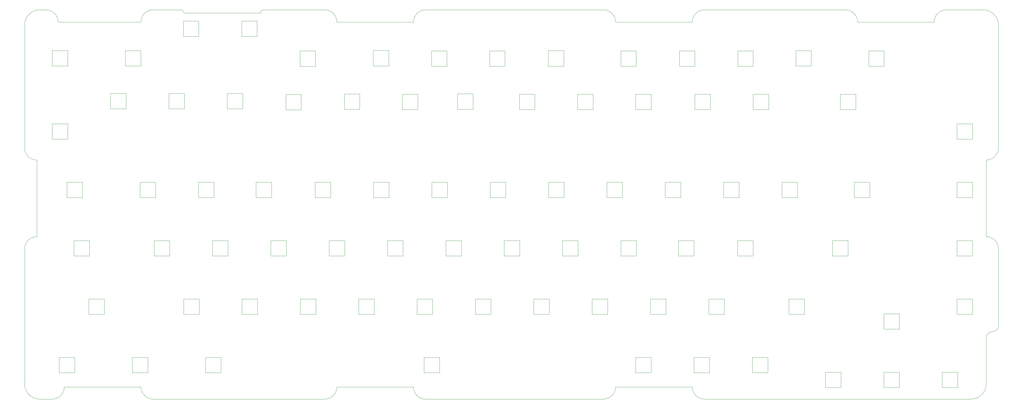
<source format=gbr>
%TF.GenerationSoftware,KiCad,Pcbnew,(5.1.6)-1*%
%TF.CreationDate,2022-08-23T22:02:53+08:00*%
%TF.ProjectId,feng,66656e67-2e6b-4696-9361-645f70636258,rev?*%
%TF.SameCoordinates,Original*%
%TF.FileFunction,Profile,NP*%
%FSLAX46Y46*%
G04 Gerber Fmt 4.6, Leading zero omitted, Abs format (unit mm)*
G04 Created by KiCad (PCBNEW (5.1.6)-1) date 2022-08-23 22:02:53*
%MOMM*%
%LPD*%
G01*
G04 APERTURE LIST*
%TA.AperFunction,Profile*%
%ADD10C,0.050000*%
%TD*%
%TA.AperFunction,Profile*%
%ADD11C,0.100000*%
%TD*%
%TA.AperFunction,Profile*%
%ADD12C,0.120000*%
%TD*%
G04 APERTURE END LIST*
D10*
X451000000Y-148000000D02*
X463000000Y-148000000D01*
X372000000Y-148000000D02*
X418000000Y-148000000D01*
X372000000Y-275000000D02*
X459000000Y-275000000D01*
X281000000Y-275000000D02*
X339000000Y-275000000D01*
D11*
X447000000Y-152000000D02*
X422000000Y-152000000D01*
X418000000Y-148000000D02*
G75*
G02*
X422000000Y-152000000I0J-4000000D01*
G01*
X447000000Y-152000000D02*
G75*
G02*
X451000000Y-148000000I4000000J0D01*
G01*
X368000000Y-152000000D02*
X343000000Y-152000000D01*
X339000000Y-148000000D02*
G75*
G02*
X343000000Y-152000000I0J-4000000D01*
G01*
X368000000Y-152000000D02*
G75*
G02*
X372000000Y-148000000I4000000J0D01*
G01*
X343000000Y-271000000D02*
X368000000Y-271000000D01*
X372000000Y-275000000D02*
G75*
G02*
X368000000Y-271000000I0J4000000D01*
G01*
X343000000Y-271000000D02*
G75*
G02*
X339000000Y-275000000I-4000000J0D01*
G01*
X252000000Y-271000000D02*
X277000000Y-271000000D01*
X281000000Y-275000000D02*
G75*
G02*
X277000000Y-271000000I0J4000000D01*
G01*
X252000000Y-271000000D02*
G75*
G02*
X248000000Y-275000000I-4000000J0D01*
G01*
D10*
X228000000Y-148000000D02*
X248000000Y-148000000D01*
D11*
X277000000Y-152000000D02*
X252000000Y-152000000D01*
X248000000Y-148000000D02*
G75*
G02*
X252000000Y-152000000I0J-4000000D01*
G01*
X277000000Y-152000000D02*
G75*
G02*
X281000000Y-148000000I4000000J0D01*
G01*
D10*
X150000000Y-193000000D02*
X150000000Y-153000000D01*
X155000000Y-275000000D02*
X159000000Y-275000000D01*
D11*
X163000000Y-271000000D02*
X188000000Y-271000000D01*
X192000000Y-275000000D02*
G75*
G02*
X188000000Y-271000000I0J4000000D01*
G01*
X163000000Y-271000000D02*
G75*
G02*
X159000000Y-275000000I-4000000J0D01*
G01*
D10*
X192000000Y-148000000D02*
X201000000Y-148000000D01*
X227000000Y-149000000D02*
G75*
G02*
X228000000Y-148000000I1000000J0D01*
G01*
X201000000Y-148000000D02*
G75*
G02*
X202000000Y-149000000I0J-1000000D01*
G01*
D11*
X227000000Y-149000000D02*
X202000000Y-149000000D01*
X155000000Y-148000000D02*
X157000000Y-148000000D01*
X188000000Y-152000000D02*
X161000000Y-152000000D01*
X157000000Y-148000000D02*
G75*
G02*
X161000000Y-152000000I0J-4000000D01*
G01*
X188000000Y-152000000D02*
G75*
G02*
X192000000Y-148000000I4000000J0D01*
G01*
X154000000Y-197000000D02*
X154000000Y-222000000D01*
X150000000Y-226000000D02*
G75*
G02*
X154000000Y-222000000I4000000J0D01*
G01*
X154000000Y-197000000D02*
G75*
G02*
X150000000Y-193000000I0J4000000D01*
G01*
X464000000Y-197000000D02*
X464000000Y-222000000D01*
X468000000Y-193000000D02*
G75*
G02*
X464000000Y-197000000I-4000000J0D01*
G01*
X468000000Y-226000000D02*
X468000000Y-251000000D01*
X464000000Y-222000000D02*
G75*
G02*
X468000000Y-226000000I0J-4000000D01*
G01*
X468000000Y-251000000D02*
G75*
G02*
X466000000Y-253000000I-2000000J0D01*
G01*
X464000000Y-255000000D02*
G75*
G02*
X466000000Y-253000000I2000000J0D01*
G01*
X464000000Y-270000000D02*
X464000000Y-255000000D01*
X150000000Y-153000000D02*
G75*
G02*
X155000000Y-148000000I5000000J0D01*
G01*
X155000000Y-275000000D02*
G75*
G02*
X150000000Y-270000000I0J5000000D01*
G01*
X464000000Y-270000000D02*
G75*
G02*
X459000000Y-275000000I-5000000J0D01*
G01*
X463000000Y-148000000D02*
G75*
G02*
X468000000Y-153000000I0J-5000000D01*
G01*
X468000000Y-153000000D02*
X468000000Y-193000000D01*
X150000000Y-226000000D02*
X150000000Y-270000000D01*
X192000000Y-275000000D02*
X248000000Y-275000000D01*
X281000000Y-148000000D02*
X339000000Y-148000000D01*
D12*
%TO.C,D82*%
X280446000Y-261396000D02*
X285466000Y-261396000D01*
X285466000Y-261396000D02*
X285466000Y-266406000D01*
X285466000Y-266406000D02*
X285466000Y-266416000D01*
X285466000Y-266416000D02*
X280446000Y-266416000D01*
X280446000Y-266416000D02*
X280446000Y-261396000D01*
%TO.C,D81*%
X413796000Y-223296000D02*
X418816000Y-223296000D01*
X418816000Y-223296000D02*
X418816000Y-228306000D01*
X418816000Y-228306000D02*
X418816000Y-228316000D01*
X418816000Y-228316000D02*
X413796000Y-228316000D01*
X413796000Y-228316000D02*
X413796000Y-223296000D01*
%TO.C,D80*%
X382808000Y-223296000D02*
X387828000Y-223296000D01*
X387828000Y-223296000D02*
X387828000Y-228306000D01*
X387828000Y-228306000D02*
X387828000Y-228316000D01*
X387828000Y-228316000D02*
X382808000Y-228316000D01*
X382808000Y-228316000D02*
X382808000Y-223296000D01*
%TO.C,D79*%
X363504000Y-223296000D02*
X368524000Y-223296000D01*
X368524000Y-223296000D02*
X368524000Y-228306000D01*
X368524000Y-228306000D02*
X368524000Y-228316000D01*
X368524000Y-228316000D02*
X363504000Y-228316000D01*
X363504000Y-228316000D02*
X363504000Y-223296000D01*
%TO.C,D78*%
X344708000Y-223296000D02*
X349728000Y-223296000D01*
X349728000Y-223296000D02*
X349728000Y-228306000D01*
X349728000Y-228306000D02*
X349728000Y-228316000D01*
X349728000Y-228316000D02*
X344708000Y-228316000D01*
X344708000Y-228316000D02*
X344708000Y-223296000D01*
%TO.C,D77*%
X325658000Y-223296000D02*
X330678000Y-223296000D01*
X330678000Y-223296000D02*
X330678000Y-228306000D01*
X330678000Y-228306000D02*
X330678000Y-228316000D01*
X330678000Y-228316000D02*
X325658000Y-228316000D01*
X325658000Y-228316000D02*
X325658000Y-223296000D01*
%TO.C,D76*%
X306608000Y-223296000D02*
X311628000Y-223296000D01*
X311628000Y-223296000D02*
X311628000Y-228306000D01*
X311628000Y-228306000D02*
X311628000Y-228316000D01*
X311628000Y-228316000D02*
X306608000Y-228316000D01*
X306608000Y-228316000D02*
X306608000Y-223296000D01*
%TO.C,D75*%
X287558000Y-223296000D02*
X292578000Y-223296000D01*
X292578000Y-223296000D02*
X292578000Y-228306000D01*
X292578000Y-228306000D02*
X292578000Y-228316000D01*
X292578000Y-228316000D02*
X287558000Y-228316000D01*
X287558000Y-228316000D02*
X287558000Y-223296000D01*
%TO.C,D74*%
X268508000Y-223296000D02*
X273528000Y-223296000D01*
X273528000Y-223296000D02*
X273528000Y-228306000D01*
X273528000Y-228306000D02*
X273528000Y-228316000D01*
X273528000Y-228316000D02*
X268508000Y-228316000D01*
X268508000Y-228316000D02*
X268508000Y-223296000D01*
%TO.C,D73*%
X249458000Y-223296000D02*
X254478000Y-223296000D01*
X254478000Y-223296000D02*
X254478000Y-228306000D01*
X254478000Y-228306000D02*
X254478000Y-228316000D01*
X254478000Y-228316000D02*
X249458000Y-228316000D01*
X249458000Y-228316000D02*
X249458000Y-223296000D01*
%TO.C,D72*%
X230408000Y-223296000D02*
X235428000Y-223296000D01*
X235428000Y-223296000D02*
X235428000Y-228306000D01*
X235428000Y-228306000D02*
X235428000Y-228316000D01*
X235428000Y-228316000D02*
X230408000Y-228316000D01*
X230408000Y-228316000D02*
X230408000Y-223296000D01*
%TO.C,D71*%
X211358000Y-223296000D02*
X216378000Y-223296000D01*
X216378000Y-223296000D02*
X216378000Y-228306000D01*
X216378000Y-228306000D02*
X216378000Y-228316000D01*
X216378000Y-228316000D02*
X211358000Y-228316000D01*
X211358000Y-228316000D02*
X211358000Y-223296000D01*
%TO.C,D70*%
X192308000Y-223296000D02*
X197328000Y-223296000D01*
X197328000Y-223296000D02*
X197328000Y-228306000D01*
X197328000Y-228306000D02*
X197328000Y-228316000D01*
X197328000Y-228316000D02*
X192308000Y-228316000D01*
X192308000Y-228316000D02*
X192308000Y-223296000D01*
%TO.C,D69*%
X209072000Y-261396000D02*
X214092000Y-261396000D01*
X214092000Y-261396000D02*
X214092000Y-266406000D01*
X214092000Y-266406000D02*
X214092000Y-266416000D01*
X214092000Y-266416000D02*
X209072000Y-266416000D01*
X209072000Y-266416000D02*
X209072000Y-261396000D01*
%TO.C,D68*%
X185196000Y-261396000D02*
X190216000Y-261396000D01*
X190216000Y-261396000D02*
X190216000Y-266406000D01*
X190216000Y-266406000D02*
X190216000Y-266416000D01*
X190216000Y-266416000D02*
X185196000Y-266416000D01*
X185196000Y-266416000D02*
X185196000Y-261396000D01*
%TO.C,D67*%
X161320000Y-261396000D02*
X166340000Y-261396000D01*
X166340000Y-261396000D02*
X166340000Y-266406000D01*
X166340000Y-266406000D02*
X166340000Y-266416000D01*
X166340000Y-266416000D02*
X161320000Y-266416000D01*
X161320000Y-266416000D02*
X161320000Y-261396000D01*
%TO.C,D66*%
X170972000Y-242346000D02*
X175992000Y-242346000D01*
X175992000Y-242346000D02*
X175992000Y-247356000D01*
X175992000Y-247356000D02*
X175992000Y-247366000D01*
X175992000Y-247366000D02*
X170972000Y-247366000D01*
X170972000Y-247366000D02*
X170972000Y-242346000D01*
%TO.C,D65*%
X166146000Y-223296000D02*
X171166000Y-223296000D01*
X171166000Y-223296000D02*
X171166000Y-228306000D01*
X171166000Y-228306000D02*
X171166000Y-228316000D01*
X171166000Y-228316000D02*
X166146000Y-228316000D01*
X166146000Y-228316000D02*
X166146000Y-223296000D01*
%TO.C,D64*%
X163860000Y-204246000D02*
X168880000Y-204246000D01*
X168880000Y-204246000D02*
X168880000Y-209256000D01*
X168880000Y-209256000D02*
X168880000Y-209266000D01*
X168880000Y-209266000D02*
X163860000Y-209266000D01*
X163860000Y-209266000D02*
X163860000Y-204246000D01*
%TO.C,D63*%
X187736000Y-204246000D02*
X192756000Y-204246000D01*
X192756000Y-204246000D02*
X192756000Y-209256000D01*
X192756000Y-209256000D02*
X192756000Y-209266000D01*
X192756000Y-209266000D02*
X187736000Y-209266000D01*
X187736000Y-209266000D02*
X187736000Y-204246000D01*
%TO.C,D62*%
X206786000Y-204246000D02*
X211806000Y-204246000D01*
X211806000Y-204246000D02*
X211806000Y-209256000D01*
X211806000Y-209256000D02*
X211806000Y-209266000D01*
X211806000Y-209266000D02*
X206786000Y-209266000D01*
X206786000Y-209266000D02*
X206786000Y-204246000D01*
%TO.C,D61*%
X225582000Y-204246000D02*
X230602000Y-204246000D01*
X230602000Y-204246000D02*
X230602000Y-209256000D01*
X230602000Y-209256000D02*
X230602000Y-209266000D01*
X230602000Y-209266000D02*
X225582000Y-209266000D01*
X225582000Y-209266000D02*
X225582000Y-204246000D01*
%TO.C,D60*%
X244886000Y-204246000D02*
X249906000Y-204246000D01*
X249906000Y-204246000D02*
X249906000Y-209256000D01*
X249906000Y-209256000D02*
X249906000Y-209266000D01*
X249906000Y-209266000D02*
X244886000Y-209266000D01*
X244886000Y-209266000D02*
X244886000Y-204246000D01*
%TO.C,D59*%
X263936000Y-204246000D02*
X268956000Y-204246000D01*
X268956000Y-204246000D02*
X268956000Y-209256000D01*
X268956000Y-209256000D02*
X268956000Y-209266000D01*
X268956000Y-209266000D02*
X263936000Y-209266000D01*
X263936000Y-209266000D02*
X263936000Y-204246000D01*
%TO.C,D58*%
X282986000Y-204246000D02*
X288006000Y-204246000D01*
X288006000Y-204246000D02*
X288006000Y-209256000D01*
X288006000Y-209256000D02*
X288006000Y-209266000D01*
X288006000Y-209266000D02*
X282986000Y-209266000D01*
X282986000Y-209266000D02*
X282986000Y-204246000D01*
%TO.C,D57*%
X302036000Y-204246000D02*
X307056000Y-204246000D01*
X307056000Y-204246000D02*
X307056000Y-209256000D01*
X307056000Y-209256000D02*
X307056000Y-209266000D01*
X307056000Y-209266000D02*
X302036000Y-209266000D01*
X302036000Y-209266000D02*
X302036000Y-204246000D01*
%TO.C,D56*%
X321086000Y-204246000D02*
X326106000Y-204246000D01*
X326106000Y-204246000D02*
X326106000Y-209256000D01*
X326106000Y-209256000D02*
X326106000Y-209266000D01*
X326106000Y-209266000D02*
X321086000Y-209266000D01*
X321086000Y-209266000D02*
X321086000Y-204246000D01*
%TO.C,D55*%
X340136000Y-204246000D02*
X345156000Y-204246000D01*
X345156000Y-204246000D02*
X345156000Y-209256000D01*
X345156000Y-209256000D02*
X345156000Y-209266000D01*
X345156000Y-209266000D02*
X340136000Y-209266000D01*
X340136000Y-209266000D02*
X340136000Y-204246000D01*
%TO.C,D54*%
X359186000Y-204246000D02*
X364206000Y-204246000D01*
X364206000Y-204246000D02*
X364206000Y-209256000D01*
X364206000Y-209256000D02*
X364206000Y-209266000D01*
X364206000Y-209266000D02*
X359186000Y-209266000D01*
X359186000Y-209266000D02*
X359186000Y-204246000D01*
%TO.C,D53*%
X378236000Y-204246000D02*
X383256000Y-204246000D01*
X383256000Y-204246000D02*
X383256000Y-209256000D01*
X383256000Y-209256000D02*
X383256000Y-209266000D01*
X383256000Y-209266000D02*
X378236000Y-209266000D01*
X378236000Y-209266000D02*
X378236000Y-204246000D01*
%TO.C,D52*%
X397286000Y-204246000D02*
X402306000Y-204246000D01*
X402306000Y-204246000D02*
X402306000Y-209256000D01*
X402306000Y-209256000D02*
X402306000Y-209266000D01*
X402306000Y-209266000D02*
X397286000Y-209266000D01*
X397286000Y-209266000D02*
X397286000Y-204246000D01*
%TO.C,D51*%
X420908000Y-204246000D02*
X425928000Y-204246000D01*
X425928000Y-204246000D02*
X425928000Y-209256000D01*
X425928000Y-209256000D02*
X425928000Y-209266000D01*
X425928000Y-209266000D02*
X420908000Y-209266000D01*
X420908000Y-209266000D02*
X420908000Y-204246000D01*
%TO.C,D50*%
X416336000Y-175544000D02*
X421356000Y-175544000D01*
X421356000Y-175544000D02*
X421356000Y-180554000D01*
X421356000Y-180554000D02*
X421356000Y-180564000D01*
X421356000Y-180564000D02*
X416336000Y-180564000D01*
X416336000Y-180564000D02*
X416336000Y-175544000D01*
%TO.C,D49*%
X387888000Y-175544000D02*
X392908000Y-175544000D01*
X392908000Y-175544000D02*
X392908000Y-180554000D01*
X392908000Y-180554000D02*
X392908000Y-180564000D01*
X392908000Y-180564000D02*
X387888000Y-180564000D01*
X387888000Y-180564000D02*
X387888000Y-175544000D01*
%TO.C,D48*%
X368838000Y-175544000D02*
X373858000Y-175544000D01*
X373858000Y-175544000D02*
X373858000Y-180554000D01*
X373858000Y-180554000D02*
X373858000Y-180564000D01*
X373858000Y-180564000D02*
X368838000Y-180564000D01*
X368838000Y-180564000D02*
X368838000Y-175544000D01*
%TO.C,D47*%
X349534000Y-175544000D02*
X354554000Y-175544000D01*
X354554000Y-175544000D02*
X354554000Y-180554000D01*
X354554000Y-180554000D02*
X354554000Y-180564000D01*
X354554000Y-180564000D02*
X349534000Y-180564000D01*
X349534000Y-180564000D02*
X349534000Y-175544000D01*
%TO.C,D46*%
X330580000Y-175500000D02*
X335600000Y-175500000D01*
X335600000Y-175500000D02*
X335600000Y-180510000D01*
X335600000Y-180510000D02*
X335600000Y-180520000D01*
X335600000Y-180520000D02*
X330580000Y-180520000D01*
X330580000Y-180520000D02*
X330580000Y-175500000D01*
%TO.C,D45*%
X311590000Y-175490000D02*
X316610000Y-175490000D01*
X316610000Y-175490000D02*
X316610000Y-180500000D01*
X316610000Y-180500000D02*
X316610000Y-180510000D01*
X316610000Y-180510000D02*
X311590000Y-180510000D01*
X311590000Y-180510000D02*
X311590000Y-175490000D01*
%TO.C,D44*%
X291380000Y-175400000D02*
X296400000Y-175400000D01*
X296400000Y-175400000D02*
X296400000Y-180410000D01*
X296400000Y-180410000D02*
X296400000Y-180420000D01*
X296400000Y-180420000D02*
X291380000Y-180420000D01*
X291380000Y-180420000D02*
X291380000Y-175400000D01*
%TO.C,D43*%
X273340000Y-175490000D02*
X278360000Y-175490000D01*
X278360000Y-175490000D02*
X278360000Y-180500000D01*
X278360000Y-180500000D02*
X278360000Y-180510000D01*
X278360000Y-180510000D02*
X273340000Y-180510000D01*
X273340000Y-180510000D02*
X273340000Y-175490000D01*
%TO.C,D42*%
X254410000Y-175450000D02*
X259430000Y-175450000D01*
X259430000Y-175450000D02*
X259430000Y-180460000D01*
X259430000Y-180460000D02*
X259430000Y-180470000D01*
X259430000Y-180470000D02*
X254410000Y-180470000D01*
X254410000Y-180470000D02*
X254410000Y-175450000D01*
%TO.C,D41*%
X235270000Y-175620000D02*
X240290000Y-175620000D01*
X240290000Y-175620000D02*
X240290000Y-180630000D01*
X240290000Y-180630000D02*
X240290000Y-180640000D01*
X240290000Y-180640000D02*
X235270000Y-180640000D01*
X235270000Y-180640000D02*
X235270000Y-175620000D01*
%TO.C,D40*%
X216184000Y-175290000D02*
X221204000Y-175290000D01*
X221204000Y-175290000D02*
X221204000Y-180300000D01*
X221204000Y-180300000D02*
X221204000Y-180310000D01*
X221204000Y-180310000D02*
X216184000Y-180310000D01*
X216184000Y-180310000D02*
X216184000Y-175290000D01*
%TO.C,D39*%
X197134000Y-175290000D02*
X202154000Y-175290000D01*
X202154000Y-175290000D02*
X202154000Y-180300000D01*
X202154000Y-180300000D02*
X202154000Y-180310000D01*
X202154000Y-180310000D02*
X197134000Y-180310000D01*
X197134000Y-180310000D02*
X197134000Y-175290000D01*
%TO.C,D38*%
X178084000Y-175290000D02*
X183104000Y-175290000D01*
X183104000Y-175290000D02*
X183104000Y-180300000D01*
X183104000Y-180300000D02*
X183104000Y-180310000D01*
X183104000Y-180310000D02*
X178084000Y-180310000D01*
X178084000Y-180310000D02*
X178084000Y-175290000D01*
%TO.C,D37*%
X159034000Y-185196000D02*
X164054000Y-185196000D01*
X164054000Y-185196000D02*
X164054000Y-190206000D01*
X164054000Y-190206000D02*
X164054000Y-190216000D01*
X164054000Y-190216000D02*
X159034000Y-190216000D01*
X159034000Y-190216000D02*
X159034000Y-185196000D01*
%TO.C,D36*%
X159034000Y-161320000D02*
X164054000Y-161320000D01*
X164054000Y-161320000D02*
X164054000Y-166330000D01*
X164054000Y-166330000D02*
X164054000Y-166340000D01*
X164054000Y-166340000D02*
X159034000Y-166340000D01*
X159034000Y-166340000D02*
X159034000Y-161320000D01*
%TO.C,D35*%
X182910000Y-161320000D02*
X187930000Y-161320000D01*
X187930000Y-161320000D02*
X187930000Y-166330000D01*
X187930000Y-166330000D02*
X187930000Y-166340000D01*
X187930000Y-166340000D02*
X182910000Y-166340000D01*
X182910000Y-166340000D02*
X182910000Y-161320000D01*
%TO.C,D34*%
X201870000Y-151640000D02*
X206890000Y-151640000D01*
X206890000Y-151640000D02*
X206890000Y-156650000D01*
X206890000Y-156650000D02*
X206890000Y-156660000D01*
X206890000Y-156660000D02*
X201870000Y-156660000D01*
X201870000Y-156660000D02*
X201870000Y-151640000D01*
%TO.C,D33*%
X220890000Y-151660000D02*
X225910000Y-151660000D01*
X225910000Y-151660000D02*
X225910000Y-156670000D01*
X225910000Y-156670000D02*
X225910000Y-156680000D01*
X225910000Y-156680000D02*
X220890000Y-156680000D01*
X220890000Y-156680000D02*
X220890000Y-151660000D01*
%TO.C,D32*%
X239940000Y-161410000D02*
X244960000Y-161410000D01*
X244960000Y-161410000D02*
X244960000Y-166420000D01*
X244960000Y-166420000D02*
X244960000Y-166430000D01*
X244960000Y-166430000D02*
X239940000Y-166430000D01*
X239940000Y-166430000D02*
X239940000Y-161410000D01*
%TO.C,D31*%
X263860000Y-161240000D02*
X268880000Y-161240000D01*
X268880000Y-161240000D02*
X268880000Y-166250000D01*
X268880000Y-166250000D02*
X268880000Y-166260000D01*
X268880000Y-166260000D02*
X263860000Y-166260000D01*
X263860000Y-166260000D02*
X263860000Y-161240000D01*
%TO.C,D30*%
X282880000Y-161380000D02*
X287900000Y-161380000D01*
X287900000Y-161380000D02*
X287900000Y-166390000D01*
X287900000Y-166390000D02*
X287900000Y-166400000D01*
X287900000Y-166400000D02*
X282880000Y-166400000D01*
X282880000Y-166400000D02*
X282880000Y-161380000D01*
%TO.C,D29*%
X301820000Y-161360000D02*
X306840000Y-161360000D01*
X306840000Y-161360000D02*
X306840000Y-166370000D01*
X306840000Y-166370000D02*
X306840000Y-166380000D01*
X306840000Y-166380000D02*
X301820000Y-166380000D01*
X301820000Y-166380000D02*
X301820000Y-161360000D01*
%TO.C,D28*%
X321000000Y-161340000D02*
X326020000Y-161340000D01*
X326020000Y-161340000D02*
X326020000Y-166350000D01*
X326020000Y-166350000D02*
X326020000Y-166360000D01*
X326020000Y-166360000D02*
X321000000Y-166360000D01*
X321000000Y-166360000D02*
X321000000Y-161340000D01*
%TO.C,D27*%
X344680000Y-161380000D02*
X349700000Y-161380000D01*
X349700000Y-161380000D02*
X349700000Y-166390000D01*
X349700000Y-166390000D02*
X349700000Y-166400000D01*
X349700000Y-166400000D02*
X344680000Y-166400000D01*
X344680000Y-166400000D02*
X344680000Y-161380000D01*
%TO.C,D26*%
X363800000Y-161390000D02*
X368820000Y-161390000D01*
X368820000Y-161390000D02*
X368820000Y-166400000D01*
X368820000Y-166400000D02*
X368820000Y-166410000D01*
X368820000Y-166410000D02*
X363800000Y-166410000D01*
X363800000Y-166410000D02*
X363800000Y-161390000D01*
%TO.C,D25*%
X382860000Y-161390000D02*
X387880000Y-161390000D01*
X387880000Y-161390000D02*
X387880000Y-166400000D01*
X387880000Y-166400000D02*
X387880000Y-166410000D01*
X387880000Y-166410000D02*
X382860000Y-166410000D01*
X382860000Y-166410000D02*
X382860000Y-161390000D01*
%TO.C,D24*%
X401850000Y-161320000D02*
X406870000Y-161320000D01*
X406870000Y-161320000D02*
X406870000Y-166330000D01*
X406870000Y-166330000D02*
X406870000Y-166340000D01*
X406870000Y-166340000D02*
X401850000Y-166340000D01*
X401850000Y-166340000D02*
X401850000Y-161320000D01*
%TO.C,D23*%
X425620000Y-161360000D02*
X430640000Y-161360000D01*
X430640000Y-161360000D02*
X430640000Y-166370000D01*
X430640000Y-166370000D02*
X430640000Y-166380000D01*
X430640000Y-166380000D02*
X425620000Y-166380000D01*
X425620000Y-166380000D02*
X425620000Y-161360000D01*
%TO.C,D22*%
X454436000Y-185196000D02*
X459456000Y-185196000D01*
X459456000Y-185196000D02*
X459456000Y-190206000D01*
X459456000Y-190206000D02*
X459456000Y-190216000D01*
X459456000Y-190216000D02*
X454436000Y-190216000D01*
X454436000Y-190216000D02*
X454436000Y-185196000D01*
%TO.C,D21*%
X454436000Y-204246000D02*
X459456000Y-204246000D01*
X459456000Y-204246000D02*
X459456000Y-209256000D01*
X459456000Y-209256000D02*
X459456000Y-209266000D01*
X459456000Y-209266000D02*
X454436000Y-209266000D01*
X454436000Y-209266000D02*
X454436000Y-204246000D01*
%TO.C,D20*%
X454436000Y-223296000D02*
X459456000Y-223296000D01*
X459456000Y-223296000D02*
X459456000Y-228306000D01*
X459456000Y-228306000D02*
X459456000Y-228316000D01*
X459456000Y-228316000D02*
X454436000Y-228316000D01*
X454436000Y-228316000D02*
X454436000Y-223296000D01*
%TO.C,D19*%
X454436000Y-242346000D02*
X459456000Y-242346000D01*
X459456000Y-242346000D02*
X459456000Y-247356000D01*
X459456000Y-247356000D02*
X459456000Y-247366000D01*
X459456000Y-247366000D02*
X454436000Y-247366000D01*
X454436000Y-247366000D02*
X454436000Y-242346000D01*
%TO.C,D18*%
X430560000Y-247172000D02*
X435580000Y-247172000D01*
X435580000Y-247172000D02*
X435580000Y-252182000D01*
X435580000Y-252182000D02*
X435580000Y-252192000D01*
X435580000Y-252192000D02*
X430560000Y-252192000D01*
X430560000Y-252192000D02*
X430560000Y-247172000D01*
%TO.C,D17*%
X449610000Y-266222000D02*
X454630000Y-266222000D01*
X454630000Y-266222000D02*
X454630000Y-271232000D01*
X454630000Y-271232000D02*
X454630000Y-271242000D01*
X454630000Y-271242000D02*
X449610000Y-271242000D01*
X449610000Y-271242000D02*
X449610000Y-266222000D01*
%TO.C,D16*%
X430560000Y-266222000D02*
X435580000Y-266222000D01*
X435580000Y-266222000D02*
X435580000Y-271232000D01*
X435580000Y-271232000D02*
X435580000Y-271242000D01*
X435580000Y-271242000D02*
X430560000Y-271242000D01*
X430560000Y-271242000D02*
X430560000Y-266222000D01*
%TO.C,D15*%
X411510000Y-266222000D02*
X416530000Y-266222000D01*
X416530000Y-266222000D02*
X416530000Y-271232000D01*
X416530000Y-271232000D02*
X416530000Y-271242000D01*
X416530000Y-271242000D02*
X411510000Y-271242000D01*
X411510000Y-271242000D02*
X411510000Y-266222000D01*
%TO.C,D14*%
X399572000Y-242346000D02*
X404592000Y-242346000D01*
X404592000Y-242346000D02*
X404592000Y-247356000D01*
X404592000Y-247356000D02*
X404592000Y-247366000D01*
X404592000Y-247366000D02*
X399572000Y-247366000D01*
X399572000Y-247366000D02*
X399572000Y-242346000D01*
%TO.C,D13*%
X373410000Y-242346000D02*
X378430000Y-242346000D01*
X378430000Y-242346000D02*
X378430000Y-247356000D01*
X378430000Y-247356000D02*
X378430000Y-247366000D01*
X378430000Y-247366000D02*
X373410000Y-247366000D01*
X373410000Y-247366000D02*
X373410000Y-242346000D01*
%TO.C,D12*%
X387634000Y-261396000D02*
X392654000Y-261396000D01*
X392654000Y-261396000D02*
X392654000Y-266406000D01*
X392654000Y-266406000D02*
X392654000Y-266416000D01*
X392654000Y-266416000D02*
X387634000Y-266416000D01*
X387634000Y-266416000D02*
X387634000Y-261396000D01*
%TO.C,D11*%
X368584000Y-261396000D02*
X373604000Y-261396000D01*
X373604000Y-261396000D02*
X373604000Y-266406000D01*
X373604000Y-266406000D02*
X373604000Y-266416000D01*
X373604000Y-266416000D02*
X368584000Y-266416000D01*
X368584000Y-266416000D02*
X368584000Y-261396000D01*
%TO.C,D10*%
X349534000Y-261396000D02*
X354554000Y-261396000D01*
X354554000Y-261396000D02*
X354554000Y-266406000D01*
X354554000Y-266406000D02*
X354554000Y-266416000D01*
X354554000Y-266416000D02*
X349534000Y-266416000D01*
X349534000Y-266416000D02*
X349534000Y-261396000D01*
%TO.C,D9*%
X354360000Y-242346000D02*
X359380000Y-242346000D01*
X359380000Y-242346000D02*
X359380000Y-247356000D01*
X359380000Y-247356000D02*
X359380000Y-247366000D01*
X359380000Y-247366000D02*
X354360000Y-247366000D01*
X354360000Y-247366000D02*
X354360000Y-242346000D01*
%TO.C,D8*%
X335310000Y-242346000D02*
X340330000Y-242346000D01*
X340330000Y-242346000D02*
X340330000Y-247356000D01*
X340330000Y-247356000D02*
X340330000Y-247366000D01*
X340330000Y-247366000D02*
X335310000Y-247366000D01*
X335310000Y-247366000D02*
X335310000Y-242346000D01*
%TO.C,D7*%
X316260000Y-242346000D02*
X321280000Y-242346000D01*
X321280000Y-242346000D02*
X321280000Y-247356000D01*
X321280000Y-247356000D02*
X321280000Y-247366000D01*
X321280000Y-247366000D02*
X316260000Y-247366000D01*
X316260000Y-247366000D02*
X316260000Y-242346000D01*
%TO.C,D6*%
X297210000Y-242346000D02*
X302230000Y-242346000D01*
X302230000Y-242346000D02*
X302230000Y-247356000D01*
X302230000Y-247356000D02*
X302230000Y-247366000D01*
X302230000Y-247366000D02*
X297210000Y-247366000D01*
X297210000Y-247366000D02*
X297210000Y-242346000D01*
%TO.C,D5*%
X278160000Y-242346000D02*
X283180000Y-242346000D01*
X283180000Y-242346000D02*
X283180000Y-247356000D01*
X283180000Y-247356000D02*
X283180000Y-247366000D01*
X283180000Y-247366000D02*
X278160000Y-247366000D01*
X278160000Y-247366000D02*
X278160000Y-242346000D01*
%TO.C,D4*%
X259110000Y-242346000D02*
X264130000Y-242346000D01*
X264130000Y-242346000D02*
X264130000Y-247356000D01*
X264130000Y-247356000D02*
X264130000Y-247366000D01*
X264130000Y-247366000D02*
X259110000Y-247366000D01*
X259110000Y-247366000D02*
X259110000Y-242346000D01*
%TO.C,D3*%
X240060000Y-242346000D02*
X245080000Y-242346000D01*
X245080000Y-242346000D02*
X245080000Y-247356000D01*
X245080000Y-247356000D02*
X245080000Y-247366000D01*
X245080000Y-247366000D02*
X240060000Y-247366000D01*
X240060000Y-247366000D02*
X240060000Y-242346000D01*
%TO.C,D2*%
X221010000Y-242346000D02*
X226030000Y-242346000D01*
X226030000Y-242346000D02*
X226030000Y-247356000D01*
X226030000Y-247356000D02*
X226030000Y-247366000D01*
X226030000Y-247366000D02*
X221010000Y-247366000D01*
X221010000Y-247366000D02*
X221010000Y-242346000D01*
%TO.C,D1*%
X201960000Y-242346000D02*
X206980000Y-242346000D01*
X206980000Y-242346000D02*
X206980000Y-247356000D01*
X206980000Y-247356000D02*
X206980000Y-247366000D01*
X206980000Y-247366000D02*
X201960000Y-247366000D01*
X201960000Y-247366000D02*
X201960000Y-242346000D01*
%TD*%
M02*

</source>
